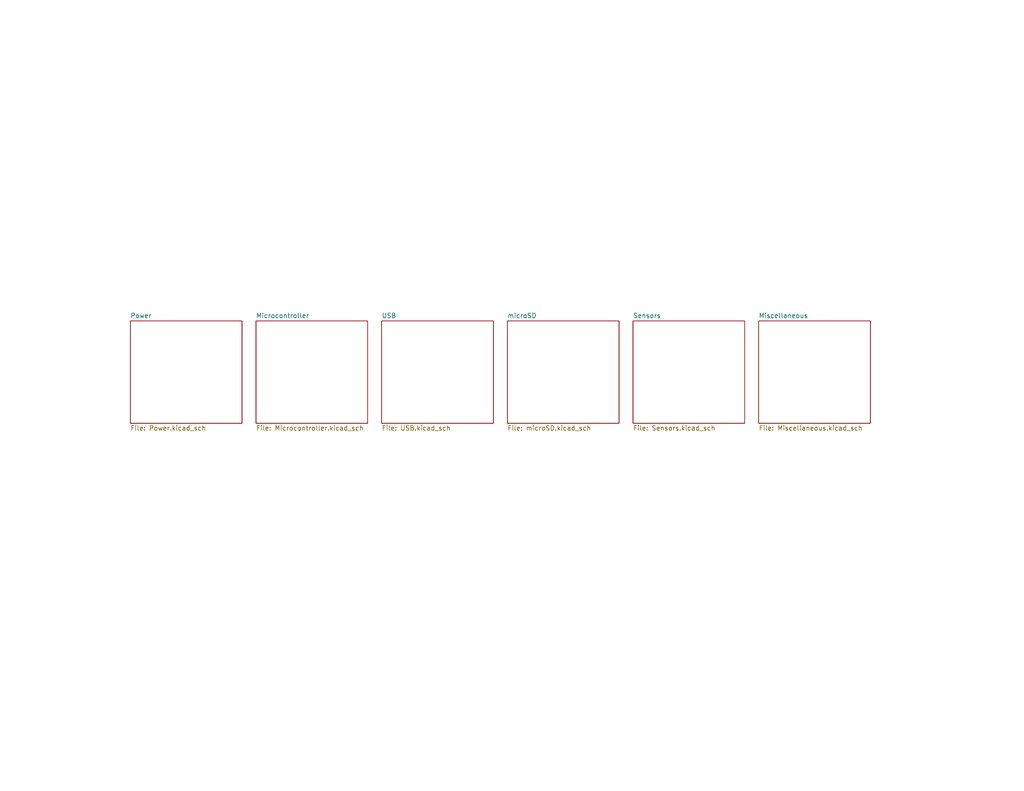
<source format=kicad_sch>
(kicad_sch
	(version 20231120)
	(generator "eeschema")
	(generator_version "8.0")
	(uuid "baa5d249-0e32-4d7b-a491-caae6610dbaf")
	(paper "A")
	(title_block
		(title "IMpack")
		(date "2023-12-14")
		(rev "1.0")
		(company "John Antolik")
	)
	(lib_symbols)
	(sheet
		(at 35.56 87.63)
		(size 30.48 27.94)
		(fields_autoplaced yes)
		(stroke
			(width 0.1524)
			(type solid)
		)
		(fill
			(color 0 0 0 0.0000)
		)
		(uuid "0d180e0f-e411-46d0-8bc8-03c1252e22f9")
		(property "Sheetname" "Power"
			(at 35.56 86.9184 0)
			(effects
				(font
					(size 1.27 1.27)
				)
				(justify left bottom)
			)
		)
		(property "Sheetfile" "Power.kicad_sch"
			(at 35.56 116.1546 0)
			(effects
				(font
					(size 1.27 1.27)
				)
				(justify left top)
			)
		)
		(instances
			(project "IMpack"
				(path "/baa5d249-0e32-4d7b-a491-caae6610dbaf"
					(page "2")
				)
			)
		)
	)
	(sheet
		(at 69.85 87.63)
		(size 30.48 27.94)
		(fields_autoplaced yes)
		(stroke
			(width 0.1524)
			(type solid)
		)
		(fill
			(color 0 0 0 0.0000)
		)
		(uuid "105e4258-3528-46de-8083-2b511ee670d3")
		(property "Sheetname" "Microcontroller"
			(at 69.85 86.9184 0)
			(effects
				(font
					(size 1.27 1.27)
				)
				(justify left bottom)
			)
		)
		(property "Sheetfile" "Microcontroller.kicad_sch"
			(at 69.85 116.1546 0)
			(effects
				(font
					(size 1.27 1.27)
				)
				(justify left top)
			)
		)
		(instances
			(project "IMpack"
				(path "/baa5d249-0e32-4d7b-a491-caae6610dbaf"
					(page "3")
				)
			)
		)
	)
	(sheet
		(at 104.14 87.63)
		(size 30.48 27.94)
		(fields_autoplaced yes)
		(stroke
			(width 0.1524)
			(type solid)
		)
		(fill
			(color 0 0 0 0.0000)
		)
		(uuid "44882d6d-7f2c-4006-af27-b544577ac94a")
		(property "Sheetname" "USB"
			(at 104.14 86.9184 0)
			(effects
				(font
					(size 1.27 1.27)
				)
				(justify left bottom)
			)
		)
		(property "Sheetfile" "USB.kicad_sch"
			(at 104.14 116.1546 0)
			(effects
				(font
					(size 1.27 1.27)
				)
				(justify left top)
			)
		)
		(instances
			(project "IMpack"
				(path "/baa5d249-0e32-4d7b-a491-caae6610dbaf"
					(page "4")
				)
			)
		)
	)
	(sheet
		(at 207.01 87.63)
		(size 30.48 27.94)
		(fields_autoplaced yes)
		(stroke
			(width 0.1524)
			(type solid)
		)
		(fill
			(color 0 0 0 0.0000)
		)
		(uuid "4942d6a3-0f82-49a1-8a82-57e98ce6c0f6")
		(property "Sheetname" "Miscellaneous"
			(at 207.01 86.9184 0)
			(effects
				(font
					(size 1.27 1.27)
				)
				(justify left bottom)
			)
		)
		(property "Sheetfile" "Miscellaneous.kicad_sch"
			(at 207.01 116.1546 0)
			(effects
				(font
					(size 1.27 1.27)
				)
				(justify left top)
			)
		)
		(instances
			(project "IMpack"
				(path "/baa5d249-0e32-4d7b-a491-caae6610dbaf"
					(page "7")
				)
			)
		)
	)
	(sheet
		(at 138.43 87.63)
		(size 30.48 27.94)
		(fields_autoplaced yes)
		(stroke
			(width 0.1524)
			(type solid)
		)
		(fill
			(color 0 0 0 0.0000)
		)
		(uuid "b0b4c45a-631f-4696-a394-cd776b11aed5")
		(property "Sheetname" "microSD"
			(at 138.43 86.9184 0)
			(effects
				(font
					(size 1.27 1.27)
				)
				(justify left bottom)
			)
		)
		(property "Sheetfile" "microSD.kicad_sch"
			(at 138.43 116.1546 0)
			(effects
				(font
					(size 1.27 1.27)
				)
				(justify left top)
			)
		)
		(instances
			(project "IMpack"
				(path "/baa5d249-0e32-4d7b-a491-caae6610dbaf"
					(page "5")
				)
			)
		)
	)
	(sheet
		(at 172.72 87.63)
		(size 30.48 27.94)
		(fields_autoplaced yes)
		(stroke
			(width 0.1524)
			(type solid)
		)
		(fill
			(color 0 0 0 0.0000)
		)
		(uuid "c4b9832e-4366-4d9e-9a23-05d06e7115b7")
		(property "Sheetname" "Sensors"
			(at 172.72 86.9184 0)
			(effects
				(font
					(size 1.27 1.27)
				)
				(justify left bottom)
			)
		)
		(property "Sheetfile" "Sensors.kicad_sch"
			(at 172.72 116.1546 0)
			(effects
				(font
					(size 1.27 1.27)
				)
				(justify left top)
			)
		)
		(instances
			(project "IMpack"
				(path "/baa5d249-0e32-4d7b-a491-caae6610dbaf"
					(page "6")
				)
			)
		)
	)
	(sheet_instances
		(path "/"
			(page "1")
		)
	)
)

</source>
